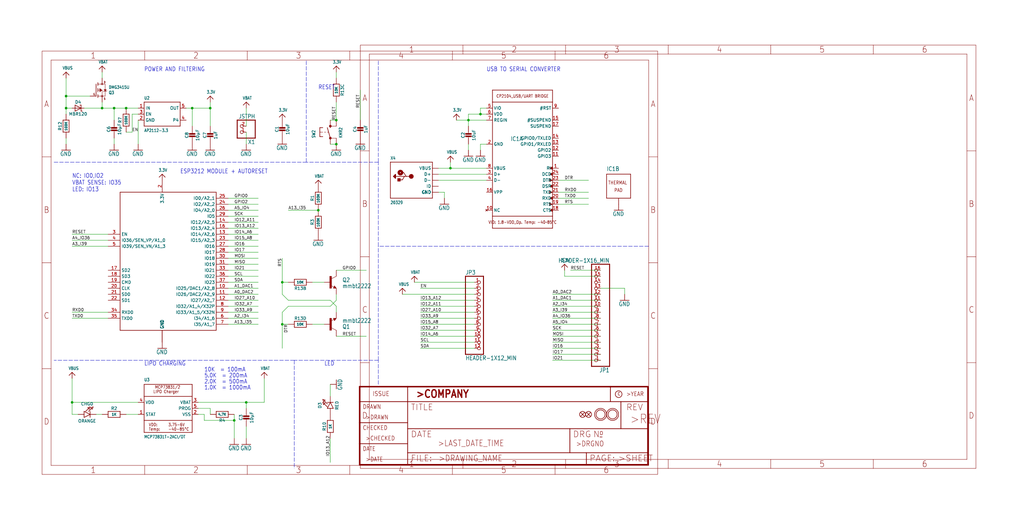
<source format=kicad_sch>
(kicad_sch (version 20211123) (generator eeschema)
  (paper "User" 433.07 220.421)
  (lib_symbols
    (symbol "schematicEagle-eagle-import:3.3V" (power)
      (property "Value" "3.3V" (at -1.524 1.016 0))
      (symbol "3.3V_1_0"
        (pin power_in line (at 0 -2.54 90) (length 2.54) (name "3.3V") (number "1"))
      )
    )
    (symbol "schematicEagle-eagle-import:CAP_CERAMIC0603_NO"
      (property "Reference" "C" (at -2.29 1.25 90))
      (property "Value" "CAP_CERAMIC0603_NO" (at 2.3 1.25 90))
      (symbol "CAP_CERAMIC0603_NO_1_0"
        (pin passive line (at 0 5.08 270) (length 2.54) (name "1") (number "1"))
        (pin passive line (at 0 -2.54 90) (length 2.54) (name "2") (number "2"))
      )
    )
    (symbol "schematicEagle-eagle-import:CAP_CERAMIC0805-NOOUTLINE"
      (property "Reference" "C" (at -2.29 1.25 90))
      (property "Value" "CAP_CERAMIC0805-NOOUTLINE" (at 2.3 1.25 90))
      (symbol "CAP_CERAMIC0805-NOOUTLINE_1_0"
        (pin passive line (at 0 5.08 270) (length 2.54) (name "1") (number "1"))
        (pin passive line (at 0 -2.54 90) (length 2.54) (name "2") (number "2"))
      )
    )
    (symbol "schematicEagle-eagle-import:CON_JST_PH_2PIN"
      (property "Reference" "X" (at -6.35 5.715 0))
      (property "Value" "CON_JST_PH_2PIN" (at -6.35 -5.08 0))
      (symbol "CON_JST_PH_2PIN_1_0"
        (pin passive inverted (at -2.54 2.54 0) (length 2.54) (name "1") (number "1"))
        (pin passive inverted (at -2.54 0 0) (length 2.54) (name "2") (number "2"))
      )
    )
    (symbol "schematicEagle-eagle-import:CP2104"
      (property "Reference" "U" (at -5.08 6.35 0))
      (symbol "CP2104_1_0"
        (text "CP2104_USB/UART BRIDGE" (at 0 25.4 0) (effects (font (size 1.27 1.0795))))
        (text "VIO: 1.8-VDD_Op. Temp: -40~85°C" (at 0 -27.94 0) (effects (font (size 1.27 1.0795))))
        (pin input line (at 15.24 -5.08 180) (length 2.54) (name "RI") (number "1"))
        (pin no_connect line (at -15.24 -22.86 0) (length 2.54) (name "NC") (number "10"))
        (pin bidirectional line (at 15.24 0 180) (length 2.54) (name "GPIO3") (number "11"))
        (pin bidirectional line (at 15.24 2.54 180) (length 2.54) (name "GPIO2") (number "12"))
        (pin bidirectional line (at 15.24 5.08 180) (length 2.54) (name "GPIO1/RXLED") (number "13"))
        (pin bidirectional line (at 15.24 7.62 180) (length 2.54) (name "GPIO0/TXLED") (number "14"))
        (pin output line (at 15.24 15.24 180) (length 2.54) (name "#SUSPEND") (number "15"))
        (pin bidirectional line (at -15.24 -15.24 0) (length 2.54) (name "VPP") (number "16"))
        (pin output line (at 15.24 12.7 180) (length 2.54) (name "SUSPEND") (number "17"))
        (pin input line (at 15.24 -22.86 180) (length 2.54) (name "CTS") (number "18"))
        (pin output line (at 15.24 -20.32 180) (length 2.54) (name "RTS") (number "19"))
        (pin power_in line (at -15.24 5.08 0) (length 2.54) (name "GND") (number "2"))
        (pin input line (at 15.24 -17.78 180) (length 2.54) (name "RXD") (number "20"))
        (pin output line (at 15.24 -15.24 180) (length 2.54) (name "TXD") (number "21"))
        (pin input line (at 15.24 -12.7 180) (length 2.54) (name "DSR") (number "22"))
        (pin output line (at 15.24 -10.16 180) (length 2.54) (name "DTR") (number "23"))
        (pin input line (at 15.24 -7.62 180) (length 2.54) (name "DCD") (number "24"))
        (pin bidirectional line (at -15.24 -7.62 0) (length 2.54) (name "D+") (number "3"))
        (pin bidirectional line (at -15.24 -10.16 0) (length 2.54) (name "D-") (number "4"))
        (pin power_in line (at -15.24 20.32 0) (length 2.54) (name "VIO") (number "5"))
        (pin power_in line (at -15.24 17.78 0) (length 2.54) (name "VDD") (number "6"))
        (pin power_in line (at -15.24 15.24 0) (length 2.54) (name "REGIN") (number "7"))
        (pin power_in line (at -15.24 -5.08 0) (length 2.54) (name "VBUS") (number "8"))
        (pin bidirectional line (at 15.24 20.32 180) (length 2.54) (name "#RST") (number "9"))
      )
      (symbol "CP2104_2_0"
        (text "PAD" (at -1.905 -2.54 0) (effects (font (size 1.4224 1.209)) (justify left bottom)))
        (text "THERMAL" (at -4.445 0.635 0) (effects (font (size 1.4224 1.209)) (justify left bottom)))
        (pin power_in line (at 0 -7.62 90) (length 2.54) (name "TP") (number "THERM"))
      )
    )
    (symbol "schematicEagle-eagle-import:DIODE-SCHOTTKYSOD-123"
      (property "Reference" "D" (at 0 2.54 0))
      (property "Value" "DIODE-SCHOTTKYSOD-123" (at 0 -2.5 0))
      (symbol "DIODE-SCHOTTKYSOD-123_1_0"
        (pin passive line (at -2.54 0 0) (length 2.54) (name "A") (number "A"))
        (pin passive line (at 2.54 0 180) (length 2.54) (name "C") (number "C"))
      )
    )
    (symbol "schematicEagle-eagle-import:ESP32_WROOM32_SKINNY"
      (symbol "ESP32_WROOM32_SKINNY_1_0"
        (pin passive line (at 0 -27.94 90) (length 5.08) (name "GND") (number "1"))
        (pin bidirectional line (at 27.94 -5.08 180) (length 5.08) (name "IO25/DAC1/A2_8") (number "10"))
        (pin bidirectional line (at 27.94 -7.62 180) (length 5.08) (name "IO26/DAC2/A2_9") (number "11"))
        (pin bidirectional line (at 27.94 -10.16 180) (length 5.08) (name "IO27/A2_7") (number "12"))
        (pin bidirectional line (at 27.94 17.78 180) (length 5.08) (name "IO14/A2_6") (number "13"))
        (pin bidirectional line (at 27.94 22.86 180) (length 5.08) (name "IO12/A2_5") (number "14"))
        (pin passive line (at 0 -27.94 90) (length 5.08) (name "GND") (number "15"))
        (pin bidirectional line (at 27.94 20.32 180) (length 5.08) (name "IO13/A2_4") (number "16"))
        (pin bidirectional line (at -22.86 2.54 0) (length 5.08) (name "SD2") (number "17"))
        (pin bidirectional line (at -22.86 0 0) (length 5.08) (name "SD3") (number "18"))
        (pin bidirectional line (at -22.86 -2.54 0) (length 5.08) (name "CMD") (number "19"))
        (pin passive line (at 0 40.64 270) (length 5.08) (name "3.3V") (number "2"))
        (pin bidirectional line (at -22.86 -5.08 0) (length 5.08) (name "CLK") (number "20"))
        (pin bidirectional line (at -22.86 -7.62 0) (length 5.08) (name "SD0") (number "21"))
        (pin bidirectional line (at -22.86 -10.16 0) (length 5.08) (name "SD1") (number "22"))
        (pin bidirectional line (at 27.94 15.24 180) (length 5.08) (name "IO15/A2_3") (number "23"))
        (pin bidirectional line (at 27.94 30.48 180) (length 5.08) (name "IO2/A2_2") (number "24"))
        (pin bidirectional line (at 27.94 33.02 180) (length 5.08) (name "IO0/A2_1") (number "25"))
        (pin bidirectional line (at 27.94 27.94 180) (length 5.08) (name "IO4/A2_0") (number "26"))
        (pin bidirectional line (at 27.94 12.7 180) (length 5.08) (name "IO16") (number "27"))
        (pin bidirectional line (at 27.94 10.16 180) (length 5.08) (name "IO17") (number "28"))
        (pin bidirectional line (at 27.94 25.4 180) (length 5.08) (name "IO5") (number "29"))
        (pin input line (at -22.86 17.78 0) (length 5.08) (name "EN") (number "3"))
        (pin bidirectional line (at 27.94 7.62 180) (length 5.08) (name "IO18") (number "30"))
        (pin bidirectional line (at 27.94 5.08 180) (length 5.08) (name "IO19") (number "31"))
        (pin bidirectional line (at 27.94 2.54 180) (length 5.08) (name "IO21") (number "33"))
        (pin input line (at -22.86 -15.24 0) (length 5.08) (name "RXD0") (number "34"))
        (pin output line (at -22.86 -17.78 0) (length 5.08) (name "TXD0") (number "35"))
        (pin bidirectional line (at 27.94 0 180) (length 5.08) (name "IO22") (number "36"))
        (pin bidirectional line (at 27.94 -2.54 180) (length 5.08) (name "IO23") (number "37"))
        (pin passive line (at 0 -27.94 90) (length 5.08) (name "GND") (number "38"))
        (pin passive line (at -22.86 15.24 0) (length 5.08) (name "IO36/SEN_VP/A1_0") (number "4"))
        (pin passive line (at -22.86 12.7 0) (length 5.08) (name "IO39/SEN_VN/A1_3") (number "5"))
        (pin bidirectional line (at 27.94 -17.78 180) (length 5.08) (name "I34/A1_6") (number "6"))
        (pin bidirectional line (at 27.94 -20.32 180) (length 5.08) (name "I35/A1_7") (number "7"))
        (pin bidirectional line (at 27.94 -12.7 180) (length 5.08) (name "IO32/A1_4/X32P") (number "8"))
        (pin bidirectional line (at 27.94 -15.24 180) (length 5.08) (name "IO33/A1_5/X32N") (number "9"))
        (pin passive line (at 0 -27.94 90) (length 5.08) (name "GND") (number "P$1"))
      )
    )
    (symbol "schematicEagle-eagle-import:FIDUCIAL_1MM")
    (symbol "schematicEagle-eagle-import:FRAME_A4"
      (symbol "FRAME_A4_0_0"
        (text "1" (at 21.6958 1.905 0) (effects (font (size 2.54 2.286))))
        (text "1" (at 21.6958 177.165 0) (effects (font (size 2.54 2.286))))
        (text "2" (at 65.0875 1.905 0) (effects (font (size 2.54 2.286))))
        (text "2" (at 65.0875 177.165 0) (effects (font (size 2.54 2.286))))
        (text "3" (at 108.4792 1.905 0) (effects (font (size 2.54 2.286))))
        (text "3" (at 108.4792 177.165 0) (effects (font (size 2.54 2.286))))
        (text "4" (at 151.8708 1.905 0) (effects (font (size 2.54 2.286))))
        (text "4" (at 151.8708 177.165 0) (effects (font (size 2.54 2.286))))
        (text "5" (at 195.2625 1.905 0) (effects (font (size 2.54 2.286))))
        (text "5" (at 195.2625 177.165 0) (effects (font (size 2.54 2.286))))
        (text "6" (at 238.6542 1.905 0) (effects (font (size 2.54 2.286))))
        (text "6" (at 238.6542 177.165 0) (effects (font (size 2.54 2.286))))
        (text "A" (at 1.905 156.6863 0) (effects (font (size 2.54 2.286))))
        (text "A" (at 258.445 156.6863 0) (effects (font (size 2.54 2.286))))
        (text "B" (at 1.905 111.9188 0) (effects (font (size 2.54 2.286))))
        (text "B" (at 258.445 111.9188 0) (effects (font (size 2.54 2.286))))
        (text "C" (at 1.905 67.1513 0) (effects (font (size 2.54 2.286))))
        (text "C" (at 258.445 67.1513 0) (effects (font (size 2.54 2.286))))
        (text "D" (at 1.905 22.3838 0) (effects (font (size 2.54 2.286))))
        (text "D" (at 258.445 22.3838 0) (effects (font (size 2.54 2.286))))
      )
      (symbol "FRAME_A4_2_0"
        (text ">CHECKED" (at 2.2352 11.7348 0) (effects (font (size 1.778 1.5113)) (justify left bottom)))
        (text ">COMPANY" (at 23.349 29.6735 0) (effects (font (size 3.175 2.6987) (thickness 0.5397) bold) (justify left bottom)))
        (text ">DATE" (at 2.2352 2.8448 0) (effects (font (size 1.778 1.5113)) (justify left bottom)))
        (text ">DRAWING_NAME" (at 33.0327 2.8448 0) (effects (font (size 2.54 2.159)) (justify left bottom)))
        (text ">DRAWN" (at 2.2352 20.6248 0) (effects (font (size 1.778 1.5113)) (justify left bottom)))
        (text ">DRGNO" (at 91.1352 9.1948 0) (effects (font (size 2.1844 1.8567)) (justify left bottom)))
        (text ">LAST_DATE_TIME" (at 32.7152 9.1948 0) (effects (font (size 2.54 2.159)) (justify left bottom)))
        (text ">REV" (at 113.9952 18.7198 0) (effects (font (size 3.81 3.2385)) (justify left bottom)))
        (text ">SHEET" (at 108.9152 2.8448 0) (effects (font (size 2.54 2.54)) (justify left bottom)))
        (text ">YEAR" (at 112.4077 30.4673 0) (effects (font (size 1.778 1.5113)) (justify left bottom)))
        (text "C" (at 108.7564 30.7848 0) (effects (font (size 1.27 1.0795)) (justify left bottom)))
        (text "CHECKED" (at 0.9652 16.1798 0) (effects (font (size 1.778 1.5113)) (justify left bottom)))
        (text "DATE" (at 0.9652 7.2898 0) (effects (font (size 1.778 1.5113)) (justify left bottom)))
        (text "DATE" (at 21.2852 13.0048 0) (effects (font (size 2.54 2.54)) (justify left bottom)))
        (text "DRAWN" (at 0.9652 25.0698 0) (effects (font (size 1.778 1.5113)) (justify left bottom)))
        (text "DRG" (at 89.8652 13.0048 0) (effects (font (size 2.54 2.54)) (justify left bottom)))
        (text "FILE:" (at 21.2852 2.8448 0) (effects (font (size 2.54 2.54)) (justify left bottom)))
        (text "ISSUE" (at 5.0927 30.4673 0) (effects (font (size 1.9304 1.6408)) (justify left bottom)))
        (text "N" (at 98.4377 13.0048 0) (effects (font (size 2.54 2.54)) (justify left bottom)))
        (text "o" (at 100.9777 13.9573 0) (effects (font (size 2.1844 1.8567)) (justify left bottom)))
        (text "PAGE:" (at 96.8502 2.8448 0) (effects (font (size 2.54 2.54)) (justify left bottom)))
        (text "REV" (at 112.4077 24.4348 0) (effects (font (size 2.54 2.54)) (justify left bottom)))
        (text "TITLE" (at 21.2852 24.4348 0) (effects (font (size 2.54 2.54)) (justify left bottom)))
      )
    )
    (symbol "schematicEagle-eagle-import:GND" (power)
      (property "Value" "GND" (at -2.54 -2.54 0))
      (symbol "GND_1_0"
        (pin power_in line (at 0 2.54 270) (length 2.54) (name "GND") (number "1"))
      )
    )
    (symbol "schematicEagle-eagle-import:HEADER-1X12_MIN"
      (property "Reference" "JP" (at -6.35 18.415 0))
      (property "Value" "HEADER-1X12_MIN" (at -6.35 -17.78 0))
      (symbol "HEADER-1X12_MIN_1_0"
        (pin passive inverted (at -2.54 15.24 0) (length 2.54) (name "1") (number "1"))
        (pin passive inverted (at -2.54 -7.62 0) (length 2.54) (name "10") (number "10"))
        (pin passive inverted (at -2.54 -10.16 0) (length 2.54) (name "11") (number "11"))
        (pin passive inverted (at -2.54 -12.7 0) (length 2.54) (name "12") (number "12"))
        (pin passive inverted (at -2.54 12.7 0) (length 2.54) (name "2") (number "2"))
        (pin passive inverted (at -2.54 10.16 0) (length 2.54) (name "3") (number "3"))
        (pin passive inverted (at -2.54 7.62 0) (length 2.54) (name "4") (number "4"))
        (pin passive inverted (at -2.54 5.08 0) (length 2.54) (name "5") (number "5"))
        (pin passive inverted (at -2.54 2.54 0) (length 2.54) (name "6") (number "6"))
        (pin passive inverted (at -2.54 0 0) (length 2.54) (name "7") (number "7"))
        (pin passive inverted (at -2.54 -2.54 0) (length 2.54) (name "8") (number "8"))
        (pin passive inverted (at -2.54 -5.08 0) (length 2.54) (name "9") (number "9"))
      )
    )
    (symbol "schematicEagle-eagle-import:HEADER-1X16_MIN"
      (property "Reference" "JP" (at -6.35 20.955 0))
      (property "Value" "HEADER-1X16_MIN" (at -6.35 -25.4 0))
      (symbol "HEADER-1X16_MIN_1_0"
        (pin passive inverted (at -2.54 17.78 0) (length 2.54) (name "1") (number "1"))
        (pin passive inverted (at -2.54 -5.08 0) (length 2.54) (name "10") (number "10"))
        (pin passive inverted (at -2.54 -7.62 0) (length 2.54) (name "11") (number "11"))
        (pin passive inverted (at -2.54 -10.16 0) (length 2.54) (name "12") (number "12"))
        (pin passive inverted (at -2.54 -12.7 0) (length 2.54) (name "13") (number "13"))
        (pin passive inverted (at -2.54 -15.24 0) (length 2.54) (name "14") (number "14"))
        (pin passive inverted (at -2.54 -17.78 0) (length 2.54) (name "15") (number "15"))
        (pin passive inverted (at -2.54 -20.32 0) (length 2.54) (name "16") (number "16"))
        (pin passive inverted (at -2.54 15.24 0) (length 2.54) (name "2") (number "2"))
        (pin passive inverted (at -2.54 12.7 0) (length 2.54) (name "3") (number "3"))
        (pin passive inverted (at -2.54 10.16 0) (length 2.54) (name "4") (number "4"))
        (pin passive inverted (at -2.54 7.62 0) (length 2.54) (name "5") (number "5"))
        (pin passive inverted (at -2.54 5.08 0) (length 2.54) (name "6") (number "6"))
        (pin passive inverted (at -2.54 2.54 0) (length 2.54) (name "7") (number "7"))
        (pin passive inverted (at -2.54 0 0) (length 2.54) (name "8") (number "8"))
        (pin passive inverted (at -2.54 -2.54 0) (length 2.54) (name "9") (number "9"))
      )
    )
    (symbol "schematicEagle-eagle-import:LED0805_NOOUTLINE"
      (property "Reference" "D" (at -1.27 4.445 0))
      (property "Value" "LED0805_NOOUTLINE" (at -1.27 -2.794 0))
      (symbol "LED0805_NOOUTLINE_1_0"
        (pin passive line (at -5.08 0 0) (length 2.54) (name "A") (number "A"))
        (pin passive line (at 2.54 0 180) (length 2.54) (name "C") (number "C"))
      )
    )
    (symbol "schematicEagle-eagle-import:MCP73831{slash}2"
      (property "Reference" "U" (at -10.16 11.43 0))
      (property "Value" "MCP73831{slash}2" (at -10.16 -12.7 0))
      (symbol "MCP73831{slash}2_1_0"
        (text "-40-85°C" (at 0 -9.525 0) (effects (font (size 1.27 1.0795)) (justify left bottom)))
        (text "3.75-6V" (at 0 -7.62 0) (effects (font (size 1.27 1.0795)) (justify left bottom)))
        (text "LIPO Charger" (at -6.35 6.35 0) (effects (font (size 1.27 1.0795)) (justify left bottom)))
        (text "MCP73831/2" (at -5.715 8.255 0) (effects (font (size 1.27 1.0795)) (justify left bottom)))
        (text "Temp:" (at -8.255 -9.525 0) (effects (font (size 1.27 1.0795)) (justify left bottom)))
        (text "VDD:" (at -8.255 -7.62 0) (effects (font (size 1.27 1.0795)) (justify left bottom)))
        (pin output line (at -12.7 -2.54 0) (length 2.54) (name "STAT") (number "1"))
        (pin power_in line (at 12.7 -2.54 180) (length 2.54) (name "VSS") (number "2"))
        (pin power_in line (at 12.7 2.54 180) (length 2.54) (name "VBAT") (number "3"))
        (pin power_in line (at -12.7 2.54 0) (length 2.54) (name "VDD") (number "4"))
        (pin input line (at 12.7 0 180) (length 2.54) (name "PROG") (number "5"))
      )
    )
    (symbol "schematicEagle-eagle-import:MOSFET-P"
      (property "Reference" "Q" (at 2.794 0.381 0))
      (property "Value" "MOSFET-P" (at 2.794 -1.905 0))
      (symbol "MOSFET-P_1_0"
        (text "D" (at 0.635 -3.81 0) (effects (font (size 0.8128 0.6908)) (justify left bottom)))
        (text "G" (at -3.81 1.27 0) (effects (font (size 0.8128 0.6908)) (justify left bottom)))
        (text "S" (at 0.635 3.175 0) (effects (font (size 0.8128 0.6908)) (justify left bottom)))
        (pin passive line (at -5.08 2.54 0) (length 2.54) (name "G") (number "1"))
        (pin passive line (at 0 5.08 270) (length 2.54) (name "S") (number "2"))
        (pin passive line (at 0 -5.08 90) (length 2.54) (name "D") (number "3"))
      )
    )
    (symbol "schematicEagle-eagle-import:MOUNTINGHOLE2.5")
    (symbol "schematicEagle-eagle-import:RESISTOR_0603_NOOUT"
      (property "Reference" "R" (at 0 2.54 0))
      (property "Value" "RESISTOR_0603_NOOUT" (at 0 0 0))
      (symbol "RESISTOR_0603_NOOUT_1_0"
        (pin passive line (at -5.08 0 0) (length 2.54) (name "1") (number "1"))
        (pin passive line (at 5.08 0 180) (length 2.54) (name "2") (number "2"))
      )
    )
    (symbol "schematicEagle-eagle-import:RESISTOR_4PACK"
      (property "Reference" "R" (at 0 2.54 0))
      (property "Value" "RESISTOR_4PACK" (at 0 0 0))
      (symbol "RESISTOR_4PACK_1_0"
        (pin passive line (at -5.08 0 0) (length 2.54) (name "1") (number "1"))
        (pin passive line (at 5.08 0 180) (length 2.54) (name "2") (number "8"))
      )
      (symbol "RESISTOR_4PACK_2_0"
        (pin passive line (at -5.08 0 0) (length 2.54) (name "1") (number "2"))
        (pin passive line (at 5.08 0 180) (length 2.54) (name "2") (number "7"))
      )
      (symbol "RESISTOR_4PACK_3_0"
        (pin passive line (at -5.08 0 0) (length 2.54) (name "1") (number "3"))
        (pin passive line (at 5.08 0 180) (length 2.54) (name "2") (number "6"))
      )
      (symbol "RESISTOR_4PACK_4_0"
        (pin passive line (at -5.08 0 0) (length 2.54) (name "1") (number "4"))
        (pin passive line (at 5.08 0 180) (length 2.54) (name "2") (number "5"))
      )
    )
    (symbol "schematicEagle-eagle-import:SWITCH_TACT_SMT4.6X2.8"
      (property "Reference" "SW" (at -2.54 6.35 0))
      (property "Value" "SWITCH_TACT_SMT4.6X2.8" (at -2.54 -5.08 0))
      (symbol "SWITCH_TACT_SMT4.6X2.8_1_0"
        (pin passive line (at -5.08 0 0) (length 2.54) (name "P") (number "A"))
        (pin passive line (at -5.08 -2.54 0) (length 2.54) (name "P1") (number "A'"))
        (pin passive line (at 5.08 0 180) (length 2.54) (name "S") (number "B"))
        (pin passive line (at 5.08 -2.54 180) (length 2.54) (name "S1") (number "B'"))
      )
    )
    (symbol "schematicEagle-eagle-import:TRANSISTOR_NPNSOT23-3"
      (property "Reference" "Q" (at 5.08 0 0))
      (property "Value" "TRANSISTOR_NPNSOT23-3" (at 5.08 -2.54 0))
      (symbol "TRANSISTOR_NPNSOT23-3_1_0"
        (pin passive line (at -2.54 0 0) (length 2.54) (name "B") (number "1"))
        (pin passive line (at 2.54 -5.08 90) (length 2.54) (name "E") (number "2"))
        (pin passive line (at 2.54 5.08 270) (length 2.54) (name "C") (number "3"))
      )
    )
    (symbol "schematicEagle-eagle-import:USB_MICRO_20329_V2"
      (property "Reference" "X" (at -10.16 8.636 0))
      (property "Value" "USB_MICRO_20329_V2" (at -10.16 -10.16 0))
      (symbol "USB_MICRO_20329_V2_1_0"
        (pin power_in line (at 10.16 -5.08 180) (length 2.54) (name "GND") (number "BASE@1"))
        (pin power_in line (at 10.16 -5.08 180) (length 2.54) (name "GND") (number "BASE@2"))
        (pin bidirectional line (at 10.16 2.54 180) (length 2.54) (name "D+") (number "D+"))
        (pin bidirectional line (at 10.16 0 180) (length 2.54) (name "D-") (number "D-"))
        (pin power_in line (at 10.16 -5.08 180) (length 2.54) (name "GND") (number "GND"))
        (pin bidirectional line (at 10.16 -2.54 180) (length 2.54) (name "ID") (number "ID"))
        (pin power_in line (at 10.16 -5.08 180) (length 2.54) (name "GND") (number "SPRT@1"))
        (pin power_in line (at 10.16 -5.08 180) (length 2.54) (name "GND") (number "SPRT@2"))
        (pin power_in line (at 10.16 -5.08 180) (length 2.54) (name "GND") (number "SPRT@3"))
        (pin power_in line (at 10.16 -5.08 180) (length 2.54) (name "GND") (number "SPRT@4"))
        (pin power_in line (at 10.16 5.08 180) (length 2.54) (name "VBUS") (number "VBUS"))
      )
    )
    (symbol "schematicEagle-eagle-import:VBAT" (power)
      (property "Value" "VBAT" (at -1.524 1.016 0))
      (symbol "VBAT_1_0"
        (pin power_in line (at 0 -2.54 90) (length 2.54) (name "VBAT") (number "1"))
      )
    )
    (symbol "schematicEagle-eagle-import:VBUS" (power)
      (property "Value" "VBUS" (at -1.524 1.016 0))
      (symbol "VBUS_1_0"
        (pin power_in line (at 0 -2.54 90) (length 2.54) (name "VBUS") (number "1"))
      )
    )
    (symbol "schematicEagle-eagle-import:VREG_SOT23-5"
      (property "Reference" "U" (at -7.62 6.096 0))
      (property "Value" "VREG_SOT23-5" (at -7.62 -7.62 0))
      (symbol "VREG_SOT23-5_1_0"
        (pin power_in line (at -10.16 2.54 0) (length 2.54) (name "IN") (number "1"))
        (pin power_in line (at -10.16 -2.54 0) (length 2.54) (name "GND") (number "2"))
        (pin input line (at -10.16 0 0) (length 2.54) (name "EN") (number "3"))
        (pin bidirectional line (at 10.16 -2.54 180) (length 2.54) (name "P4") (number "4"))
        (pin power_in line (at 10.16 2.54 180) (length 2.54) (name "OUT") (number "5"))
      )
    )
  )
  (junction (at 43.18 45.72))
  (junction (at 27.94 40.64))
  (junction (at 53.34 45.72))
  (junction (at 190.5 71.12))
  (junction (at 142.24 60.96))
  (junction (at 134.62 88.9))
  (junction (at 48.26 45.72))
  (junction (at 99.06 177.8))
  (junction (at 81.28 45.72))
  (junction (at 88.9 45.72))
  (junction (at 119.38 137.16))
  (junction (at 30.48 170.18))
  (junction (at 198.12 50.8))
  (junction (at 104.14 170.18))
  (junction (at 119.38 119.38))
  (junction (at 203.2 48.26))
  (junction (at 142.24 50.8))
  (junction (at 27.94 45.72))
  (wire (pts (xy 119.38 137.16) (xy 121.92 137.16)))
  (wire (pts (xy 142.24 43.18) (xy 142.24 50.8)))
  (wire (pts (xy 132.08 119.38) (xy 137.16 119.38)))
  (polyline (pts (xy 124.46 152.4) (xy 124.46 198.12)))
  (wire (pts (xy 254 147.32) (xy 233.68 147.32)))
  (wire (pts (xy 185.42 81.28) (xy 187.96 81.28)))
  (wire (pts (xy 203.2 45.72) (xy 203.2 48.26)))
  (wire (pts (xy 137.16 137.16) (xy 132.08 137.16)))
  (wire (pts (xy 264.16 121.92) (xy 264.16 124.46)))
  (wire (pts (xy 134.62 88.9) (xy 121.92 88.9)))
  (wire (pts (xy 55.88 48.26) (xy 58.42 48.26)))
  (wire (pts (xy 190.5 71.12) (xy 190.5 68.58)))
  (wire (pts (xy 200.66 144.78) (xy 177.8 144.78)))
  (wire (pts (xy 139.7 60.96) (xy 142.24 60.96)))
  (wire (pts (xy 96.52 96.52) (xy 109.22 96.52)))
  (wire (pts (xy 119.38 124.46) (xy 119.38 119.38)))
  (wire (pts (xy 142.24 129.54) (xy 139.7 127)))
  (wire (pts (xy 177.8 139.7) (xy 200.66 139.7)))
  (wire (pts (xy 86.36 177.8) (xy 99.06 177.8)))
  (wire (pts (xy 187.96 81.28) (xy 187.96 83.82)))
  (wire (pts (xy 78.74 45.72) (xy 81.28 45.72)))
  (wire (pts (xy 236.22 81.28) (xy 248.92 81.28)))
  (wire (pts (xy 43.18 43.18) (xy 43.18 45.72)))
  (polyline (pts (xy 160.02 152.4) (xy 124.46 152.4)))
  (wire (pts (xy 53.34 45.72) (xy 48.26 45.72)))
  (wire (pts (xy 96.52 109.22) (xy 109.22 109.22)))
  (wire (pts (xy 48.26 45.72) (xy 48.26 50.8)))
  (wire (pts (xy 203.2 48.26) (xy 198.12 48.26)))
  (wire (pts (xy 233.68 149.86) (xy 254 149.86)))
  (wire (pts (xy 96.52 137.16) (xy 109.22 137.16)))
  (wire (pts (xy 58.42 50.8) (xy 58.42 60.96)))
  (wire (pts (xy 96.52 83.82) (xy 109.22 83.82)))
  (wire (pts (xy 200.66 132.08) (xy 177.8 132.08)))
  (wire (pts (xy 27.94 45.72) (xy 27.94 40.64)))
  (wire (pts (xy 205.74 50.8) (xy 198.12 50.8)))
  (wire (pts (xy 142.24 30.48) (xy 142.24 33.02)))
  (wire (pts (xy 109.22 111.76) (xy 96.52 111.76)))
  (wire (pts (xy 43.18 30.48) (xy 43.18 33.02)))
  (wire (pts (xy 81.28 45.72) (xy 88.9 45.72)))
  (wire (pts (xy 96.52 116.84) (xy 109.22 116.84)))
  (wire (pts (xy 104.14 172.72) (xy 104.14 170.18)))
  (wire (pts (xy 111.76 160.02) (xy 111.76 170.18)))
  (polyline (pts (xy 124.46 152.4) (xy 22.86 152.4)))
  (wire (pts (xy 254 121.92) (xy 264.16 121.92)))
  (wire (pts (xy 142.24 132.08) (xy 142.24 129.54)))
  (wire (pts (xy 96.52 114.3) (xy 109.22 114.3)))
  (wire (pts (xy 99.06 177.8) (xy 99.06 185.42)))
  (wire (pts (xy 96.52 121.92) (xy 109.22 121.92)))
  (wire (pts (xy 30.48 45.72) (xy 27.94 45.72)))
  (polyline (pts (xy 274.32 104.14) (xy 160.02 104.14)))
  (polyline (pts (xy 160.02 104.14) (xy 160.02 68.58)))
  (wire (pts (xy 96.52 129.54) (xy 109.22 129.54)))
  (wire (pts (xy 200.66 142.24) (xy 177.8 142.24)))
  (polyline (pts (xy 160.02 152.4) (xy 160.02 104.14)))
  (wire (pts (xy 233.68 144.78) (xy 254 144.78)))
  (wire (pts (xy 139.7 129.54) (xy 121.92 129.54)))
  (wire (pts (xy 96.52 99.06) (xy 109.22 99.06)))
  (wire (pts (xy 45.72 99.06) (xy 30.48 99.06)))
  (wire (pts (xy 190.5 71.12) (xy 205.74 71.12)))
  (wire (pts (xy 177.8 147.32) (xy 200.66 147.32)))
  (wire (pts (xy 58.42 45.72) (xy 53.34 45.72)))
  (wire (pts (xy 205.74 48.26) (xy 203.2 48.26)))
  (wire (pts (xy 238.76 114.3) (xy 238.76 116.84)))
  (wire (pts (xy 30.48 134.62) (xy 45.72 134.62)))
  (wire (pts (xy 99.06 175.26) (xy 99.06 177.8)))
  (wire (pts (xy 154.94 142.24) (xy 142.24 142.24)))
  (wire (pts (xy 254 137.16) (xy 233.68 137.16)))
  (wire (pts (xy 238.76 116.84) (xy 254 116.84)))
  (wire (pts (xy 142.24 114.3) (xy 154.94 114.3)))
  (wire (pts (xy 30.48 160.02) (xy 30.48 170.18)))
  (wire (pts (xy 35.56 45.72) (xy 43.18 45.72)))
  (wire (pts (xy 254 124.46) (xy 233.68 124.46)))
  (wire (pts (xy 142.24 124.46) (xy 142.24 127)))
  (wire (pts (xy 96.52 124.46) (xy 109.22 124.46)))
  (wire (pts (xy 88.9 172.72) (xy 88.9 175.26)))
  (wire (pts (xy 248.92 86.36) (xy 236.22 86.36)))
  (wire (pts (xy 254 152.4) (xy 233.68 152.4)))
  (wire (pts (xy 177.8 134.62) (xy 200.66 134.62)))
  (wire (pts (xy 83.82 172.72) (xy 88.9 172.72)))
  (wire (pts (xy 45.72 101.6) (xy 30.48 101.6)))
  (wire (pts (xy 38.1 40.64) (xy 27.94 40.64)))
  (polyline (pts (xy 129.54 68.58) (xy 129.54 25.4)))
  (wire (pts (xy 88.9 45.72) (xy 88.9 43.18)))
  (wire (pts (xy 96.52 93.98) (xy 109.22 93.98)))
  (wire (pts (xy 152.4 50.8) (xy 152.4 38.1)))
  (wire (pts (xy 177.8 137.16) (xy 200.66 137.16)))
  (polyline (pts (xy 160.02 162.56) (xy 160.02 152.4)))
  (wire (pts (xy 53.34 175.26) (xy 58.42 175.26)))
  (wire (pts (xy 236.22 76.2) (xy 248.92 76.2)))
  (wire (pts (xy 96.52 88.9) (xy 109.22 88.9)))
  (wire (pts (xy 119.38 132.08) (xy 119.38 137.16)))
  (wire (pts (xy 254 139.7) (xy 233.68 139.7)))
  (wire (pts (xy 119.38 119.38) (xy 121.92 119.38)))
  (polyline (pts (xy 160.02 68.58) (xy 129.54 68.58)))
  (wire (pts (xy 30.48 104.14) (xy 45.72 104.14)))
  (wire (pts (xy 27.94 48.26) (xy 27.94 45.72)))
  (wire (pts (xy 81.28 53.34) (xy 81.28 45.72)))
  (wire (pts (xy 119.38 137.16) (xy 119.38 147.32)))
  (wire (pts (xy 104.14 180.34) (xy 104.14 185.42)))
  (wire (pts (xy 86.36 175.26) (xy 86.36 177.8)))
  (wire (pts (xy 198.12 50.8) (xy 193.04 50.8)))
  (polyline (pts (xy 22.86 68.58) (xy 129.54 68.58)))
  (wire (pts (xy 96.52 101.6) (xy 109.22 101.6)))
  (wire (pts (xy 83.82 175.26) (xy 86.36 175.26)))
  (wire (pts (xy 198.12 48.26) (xy 198.12 50.8)))
  (wire (pts (xy 185.42 73.66) (xy 205.74 73.66)))
  (wire (pts (xy 139.7 167.64) (xy 139.7 162.56)))
  (wire (pts (xy 121.92 127) (xy 119.38 124.46)))
  (wire (pts (xy 254 142.24) (xy 233.68 142.24)))
  (wire (pts (xy 96.52 86.36) (xy 109.22 86.36)))
  (wire (pts (xy 142.24 50.8) (xy 139.7 50.8)))
  (wire (pts (xy 40.64 175.26) (xy 43.18 175.26)))
  (wire (pts (xy 205.74 45.72) (xy 203.2 45.72)))
  (wire (pts (xy 30.48 170.18) (xy 58.42 170.18)))
  (wire (pts (xy 177.8 121.92) (xy 200.66 121.92)))
  (wire (pts (xy 43.18 45.72) (xy 48.26 45.72)))
  (wire (pts (xy 45.72 132.08) (xy 30.48 132.08)))
  (wire (pts (xy 254 134.62) (xy 233.68 134.62)))
  (wire (pts (xy 48.26 58.42) (xy 48.26 60.96)))
  (wire (pts (xy 233.68 132.08) (xy 254 132.08)))
  (wire (pts (xy 96.52 127) (xy 109.22 127)))
  (wire (pts (xy 33.02 175.26) (xy 30.48 175.26)))
  (wire (pts (xy 198.12 50.8) (xy 198.12 53.34)))
  (wire (pts (xy 121.92 129.54) (xy 119.38 132.08)))
  (wire (pts (xy 83.82 170.18) (xy 104.14 170.18)))
  (wire (pts (xy 109.22 106.68) (xy 96.52 106.68)))
  (wire (pts (xy 254 114.3) (xy 241.3 114.3)))
  (wire (pts (xy 27.94 60.96) (xy 27.94 58.42)))
  (wire (pts (xy 254 127) (xy 233.68 127)))
  (wire (pts (xy 200.66 124.46) (xy 170.18 124.46)))
  (wire (pts (xy 104.14 170.18) (xy 111.76 170.18)))
  (wire (pts (xy 203.2 60.96) (xy 203.2 63.5)))
  (wire (pts (xy 139.7 185.42) (xy 139.7 195.58)))
  (wire (pts (xy 104.14 60.96) (xy 104.14 55.88)))
  (wire (pts (xy 254 129.54) (xy 233.68 129.54)))
  (polyline (pts (xy 160.02 68.58) (xy 160.02 25.4)))
  (wire (pts (xy 177.8 129.54) (xy 200.66 129.54)))
  (wire (pts (xy 53.34 55.88) (xy 55.88 55.88)))
  (wire (pts (xy 185.42 71.12) (xy 190.5 71.12)))
  (wire (pts (xy 96.52 134.62) (xy 109.22 134.62)))
  (wire (pts (xy 30.48 175.26) (xy 30.48 170.18)))
  (wire (pts (xy 96.52 132.08) (xy 109.22 132.08)))
  (wire (pts (xy 55.88 55.88) (xy 55.88 48.26)))
  (wire (pts (xy 200.66 127) (xy 177.8 127)))
  (wire (pts (xy 175.26 119.38) (xy 200.66 119.38)))
  (wire (pts (xy 248.92 83.82) (xy 236.22 83.82)))
  (wire (pts (xy 104.14 45.72) (xy 104.14 53.34)))
  (wire (pts (xy 185.42 76.2) (xy 205.74 76.2)))
  (wire (pts (xy 198.12 60.96) (xy 198.12 63.5)))
  (wire (pts (xy 139.7 127) (xy 121.92 127)))
  (wire (pts (xy 88.9 45.72) (xy 88.9 53.34)))
  (wire (pts (xy 27.94 40.64) (xy 27.94 33.02)))
  (wire (pts (xy 96.52 91.44) (xy 109.22 91.44)))
  (wire (pts (xy 205.74 60.96) (xy 203.2 60.96)))
  (wire (pts (xy 96.52 104.14) (xy 109.22 104.14)))
  (wire (pts (xy 142.24 127) (xy 139.7 129.54)))
  (wire (pts (xy 96.52 119.38) (xy 109.22 119.38)))
  (wire (pts (xy 119.38 109.22) (xy 119.38 119.38)))
  (text "USB TO SERIAL CONVERTER" (at 205.74 30.48 180) (effects (font (size 1.778 1.5113)) (justify left bottom)))
  (text "RESET" (at 134.62 38.1 180) (effects (font (size 1.778 1.5113)) (justify left bottom)))
  (text "LED" (at 137.16 154.94 180) (effects (font (size 1.778 1.5113)) (justify left bottom)))
  (text "LIPO CHARGING" (at 60.96 154.94 180) (effects (font (size 1.778 1.5113)) (justify left bottom)))
  (text "NC: IO0,IO2\nVBAT SENSE: IO35\nLED: IO13" (at 30.48 81.28 180) (effects (font (size 1.778 1.5113)) (justify left bottom)))
  (text "POWER AND FILTERING" (at 60.96 30.48 180) (effects (font (size 1.778 1.5113)) (justify left bottom)))
  (text "1.0K  = 1000mA" (at 86.36 165.1 180) (effects (font (size 1.778 1.5113)) (justify left bottom)))
  (text "ESP3212 MODULE + AUTORESET" (at 76.2 73.66 180) (effects (font (size 1.778 1.5113)) (justify left bottom)))
  (text "10K  = 100mA" (at 86.36 157.48 180) (effects (font (size 1.778 1.5113)) (justify left bottom)))
  (text "5.0K  = 200mA" (at 86.36 160.02 180) (effects (font (size 1.778 1.5113)) (justify left bottom)))
  (text "2.0K  = 500mA" (at 86.36 162.56 180) (effects (font (size 1.778 1.5113)) (justify left bottom)))
  (label "A13_I35" (at 121.92 88.9 0) (effects (font (size 1.2446 1.2446))))
  (label "A0_DAC2" (at 233.68 124.46 0) (effects (font (size 1.2446 1.2446))))
  (label "TXD0" (at 238.76 83.82 0) (effects (font (size 1.2446 1.2446))))
  (label "RESET" (at 152.4 45.72 90) (effects (font (size 1.2446 1.2446))))
  (label "IO14_A6" (at 177.8 142.24 0) (effects (font (size 1.2446 1.2446))))
  (label "A1_DAC1" (at 233.68 127 0) (effects (font (size 1.2446 1.2446))))
  (label "SCL" (at 99.06 116.84 0) (effects (font (size 1.2446 1.2446))))
  (label "IO16" (at 233.68 147.32 0) (effects (font (size 1.2446 1.2446))))
  (label "IO16" (at 99.06 104.14 0) (effects (font (size 1.2446 1.2446))))
  (label "IO27_A10" (at 99.06 127 0) (effects (font (size 1.2446 1.2446))))
  (label "A3_I39" (at 30.48 104.14 0) (effects (font (size 1.2446 1.2446))))
  (label "IO32_A7" (at 177.8 139.7 0) (effects (font (size 1.2446 1.2446))))
  (label "A2_I34" (at 233.68 129.54 0) (effects (font (size 1.2446 1.2446))))
  (label "IO13_A12" (at 139.7 193.04 90) (effects (font (size 1.2446 1.2446))))
  (label "IO12_A11" (at 99.06 93.98 0) (effects (font (size 1.2446 1.2446))))
  (label "SDA" (at 99.06 119.38 0) (effects (font (size 1.2446 1.2446))))
  (label "IO33_A9" (at 177.8 134.62 0) (effects (font (size 1.2446 1.2446))))
  (label "A0_DAC2" (at 99.06 124.46 0) (effects (font (size 1.2446 1.2446))))
  (label "DTR" (at 238.76 76.2 0) (effects (font (size 1.2446 1.2446))))
  (label "IO13_A12" (at 177.8 127 0) (effects (font (size 1.2446 1.2446))))
  (label "A5_IO4" (at 233.68 137.16 0) (effects (font (size 1.2446 1.2446))))
  (label "SCK" (at 99.06 91.44 0) (effects (font (size 1.2446 1.2446))))
  (label "IO13_A12" (at 99.06 96.52 0) (effects (font (size 1.2446 1.2446))))
  (label "RXD0" (at 238.76 81.28 0) (effects (font (size 1.2446 1.2446))))
  (label "A4_IO36" (at 233.68 134.62 0) (effects (font (size 1.2446 1.2446))))
  (label "SCK" (at 233.68 139.7 0) (effects (font (size 1.2446 1.2446))))
  (label "RESET" (at 144.78 142.24 0) (effects (font (size 1.2446 1.2446))))
  (label "IO15_A8" (at 99.06 101.6 0) (effects (font (size 1.2446 1.2446))))
  (label "A13_I35" (at 99.06 137.16 0) (effects (font (size 1.2446 1.2446))))
  (label "IO32_A7" (at 99.06 129.54 0) (effects (font (size 1.2446 1.2446))))
  (label "EN" (at 177.8 121.92 0) (effects (font (size 1.2446 1.2446))))
  (label "A3_I39" (at 233.68 132.08 0) (effects (font (size 1.2446 1.2446))))
  (label "RESET" (at 30.48 99.06 0) (effects (font (size 1.2446 1.2446))))
  (label "IO21" (at 233.68 152.4 0) (effects (font (size 1.2446 1.2446))))
  (label "IO21" (at 99.06 114.3 0) (effects (font (size 1.2446 1.2446))))
  (label "MOSI" (at 233.68 142.24 0) (effects (font (size 1.2446 1.2446))))
  (label "A4_IO36" (at 30.48 101.6 0) (effects (font (size 1.2446 1.2446))))
  (label "IO14_A6" (at 99.06 99.06 0) (effects (font (size 1.2446 1.2446))))
  (label "MISO" (at 233.68 144.78 0) (effects (font (size 1.2446 1.2446))))
  (label "IO27_A10" (at 177.8 132.08 0) (effects (font (size 1.2446 1.2446))))
  (label "IO17" (at 99.06 106.68 0) (effects (font (size 1.2446 1.2446))))
  (label "IO17" (at 233.68 149.86 0) (effects (font (size 1.2446 1.2446))))
  (label "A1_DAC1" (at 99.06 121.92 0) (effects (font (size 1.2446 1.2446))))
  (label "GPIO0" (at 144.78 114.3 0) (effects (font (size 1.2446 1.2446))))
  (label "IO12_A11" (at 177.8 129.54 0) (effects (font (size 1.2446 1.2446))))
  (label "A5_IO4" (at 99.06 88.9 0) (effects (font (size 1.2446 1.2446))))
  (label "GPIO2" (at 99.06 86.36 0) (effects (font (size 1.2446 1.2446))))
  (label "RTS" (at 119.38 109.22 270) (effects (font (size 1.2446 1.2446))))
  (label "MISO" (at 99.06 111.76 0) (effects (font (size 1.2446 1.2446))))
  (label "IO15_A8" (at 177.8 137.16 0) (effects (font (size 1.2446 1.2446))))
  (label "MOSI" (at 99.06 109.22 0) (effects (font (size 1.2446 1.2446))))
  (label "SDA" (at 177.8 147.32 0) (effects (font (size 1.2446 1.2446))))
  (label "RXD0" (at 30.48 132.08 0) (effects (font (size 1.2446 1.2446))))
  (label "SCL" (at 177.8 144.78 0) (effects (font (size 1.2446 1.2446))))
  (label "RTS" (at 238.76 86.36 0) (effects (font (size 1.2446 1.2446))))
  (label "DTR" (at 121.92 137.16 270) (effects (font (size 1.2446 1.2446))))
  (label "RESET" (at 241.3 114.3 0) (effects (font (size 1.2446 1.2446))))
  (label "RESET" (at 142.24 50.8 90) (effects (font (size 1.2446 1.2446))))
  (label "TXD0" (at 30.48 134.62 0) (effects (font (size 1.2446 1.2446))))
  (label "GPIO0" (at 99.06 83.82 0) (effects (font (size 1.2446 1.2446))))
  (label "IO33_A9" (at 99.06 132.08 0) (effects (font (size 1.2446 1.2446))))
  (label "EN" (at 55.88 55.88 0) (effects (font (size 1.2446 1.2446))))
  (label "A2_I34" (at 99.06 134.62 0) (effects (font (size 1.2446 1.2446))))
  (symbol (lib_id "schematicEagle-eagle-import:VBAT") (at 104.14 43.18 0) (unit 1)
    (property "Reference" "#U$16" (effects hide))
    (property "Value" "VBAT" (at 102.616 42.164 0) (effects (font (size 1.27 1.0795)) (justify left bottom)))
    (property "Footprint" "schematicEagle:" (effects hide))
  )
  (symbol (lib_id "schematicEagle-eagle-import:VBAT") (at 111.76 157.48 0) (unit 1)
    (property "Reference" "#U$39" (effects hide))
    (property "Value" "VBAT" (at 110.236 156.464 0) (effects (font (size 1.27 1.0795)) (justify left bottom)))
    (property "Footprint" "schematicEagle:" (effects hide))
  )
  (symbol (lib_id "schematicEagle-eagle-import:RESISTOR_0603_NOOUT") (at 134.62 93.98 90) (unit 1)
    (property "Reference" "R3" (at 132.08 93.98 0))
    (property "Value" "100K" (at 134.62 93.98 0) (effects (font (size 1.016 1.016) bold)))
    (property "Footprint" "schematicEagle:0603-NO" (effects hide))
  )
  (symbol (lib_id "schematicEagle-eagle-import:RESISTOR_4PACK") (at 127 119.38 180) (unit 2)
    (property "Reference" "R13" (at 127 121.92 0))
    (property "Value" "10K" (at 127 119.38 0) (effects (font (size 1.016 1.016) bold)))
    (property "Footprint" "schematicEagle:RESPACK_4X0603" (effects hide))
  )
  (symbol (lib_id "schematicEagle-eagle-import:3.3V") (at 68.58 73.66 0) (unit 1)
    (property "Reference" "#U$26" (effects hide))
    (property "Value" "3.3V" (at 67.056 72.644 0) (effects (font (size 1.27 1.0795)) (justify left bottom)))
    (property "Footprint" "schematicEagle:" (effects hide))
  )
  (symbol (lib_id "schematicEagle-eagle-import:VBUS") (at 190.5 66.04 0) (unit 1)
    (property "Reference" "#U$18" (effects hide))
    (property "Value" "VBUS" (at 188.976 65.024 0) (effects (font (size 1.27 1.0795)) (justify left bottom)))
    (property "Footprint" "schematicEagle:" (effects hide))
  )
  (symbol (lib_id "schematicEagle-eagle-import:MCP73831{slash}2") (at 71.12 172.72 0) (unit 1)
    (property "Reference" "U3" (at 60.96 161.29 0) (effects (font (size 1.27 1.0795)) (justify left bottom)))
    (property "Value" "MCP73831T-2ACI/OT" (at 60.96 185.42 0) (effects (font (size 1.27 1.0795)) (justify left bottom)))
    (property "Footprint" "schematicEagle:SOT23-5" (effects hide))
  )
  (symbol (lib_id "schematicEagle-eagle-import:RESISTOR_0603_NOOUT") (at 139.7 180.34 90) (unit 1)
    (property "Reference" "R10" (at 137.16 180.34 0))
    (property "Value" "1K" (at 139.7 180.34 0) (effects (font (size 1.016 1.016) bold)))
    (property "Footprint" "schematicEagle:0603-NO" (effects hide))
  )
  (symbol (lib_id "schematicEagle-eagle-import:MOUNTINGHOLE2.5") (at 259.08 175.26 0) (unit 1)
    (property "Reference" "U$32" (effects hide))
    (property "Value" "MOUNTINGHOLE2.5" (effects hide))
    (property "Footprint" "schematicEagle:MOUNTINGHOLE_2.5_PLATED" (effects hide))
  )
  (symbol (lib_id "schematicEagle-eagle-import:RESISTOR_0603_NOOUT") (at 134.62 83.82 90) (unit 1)
    (property "Reference" "R1" (at 132.08 83.82 0))
    (property "Value" "100K" (at 134.62 83.82 0) (effects (font (size 1.016 1.016) bold)))
    (property "Footprint" "schematicEagle:0603-NO" (effects hide))
  )
  (symbol (lib_id "schematicEagle-eagle-import:GND") (at 104.14 63.5 0) (unit 1)
    (property "Reference" "#U$22" (effects hide))
    (property "Value" "GND" (at 101.6 66.04 0) (effects (font (size 1.778 1.5113)) (justify left bottom)))
    (property "Footprint" "schematicEagle:" (effects hide))
  )
  (symbol (lib_id "schematicEagle-eagle-import:3.3V") (at 142.24 27.94 0) (unit 1)
    (property "Reference" "#U$5" (effects hide))
    (property "Value" "3.3V" (at 140.716 26.924 0) (effects (font (size 1.27 1.0795)) (justify left bottom)))
    (property "Footprint" "schematicEagle:" (effects hide))
  )
  (symbol (lib_id "schematicEagle-eagle-import:VBAT") (at 134.62 76.2 0) (unit 1)
    (property "Reference" "#U$40" (effects hide))
    (property "Value" "VBAT" (at 133.096 75.184 0) (effects (font (size 1.27 1.0795)) (justify left bottom)))
    (property "Footprint" "schematicEagle:" (effects hide))
  )
  (symbol (lib_id "schematicEagle-eagle-import:3.3V") (at 88.9 40.64 0) (unit 1)
    (property "Reference" "#U$10" (effects hide))
    (property "Value" "3.3V" (at 87.376 39.624 0) (effects (font (size 1.27 1.0795)) (justify left bottom)))
    (property "Footprint" "schematicEagle:" (effects hide))
  )
  (symbol (lib_id "schematicEagle-eagle-import:FRAME_A4") (at 17.78 200.66 0) (unit 1)
    (property "Reference" "#FRAME1" (effects hide))
    (property "Value" "FRAME_A4" (effects hide))
    (property "Footprint" "schematicEagle:" (effects hide))
  )
  (symbol (lib_id "schematicEagle-eagle-import:LED0805_NOOUTLINE") (at 38.1 175.26 0) (unit 1)
    (property "Reference" "CHG0" (at 36.83 170.815 0))
    (property "Value" "ORANGE" (at 36.83 178.054 0))
    (property "Footprint" "schematicEagle:CHIPLED_0805_NOOUTLINE" (effects hide))
  )
  (symbol (lib_id "schematicEagle-eagle-import:CAP_CERAMIC0805-NOOUTLINE") (at 48.26 55.88 0) (unit 1)
    (property "Reference" "C6" (at 45.97 54.63 90))
    (property "Value" "10µF" (at 50.56 54.63 90))
    (property "Footprint" "schematicEagle:0805-NO" (effects hide))
  )
  (symbol (lib_id "schematicEagle-eagle-import:MOSFET-P") (at 43.18 38.1 0) (mirror x) (unit 1)
    (property "Reference" "Q3" (at 45.974 38.481 0) (effects (font (size 1.27 1.0795)) (justify left bottom)))
    (property "Value" "DMG3415U" (at 45.974 36.195 0) (effects (font (size 1.27 1.0795)) (justify left bottom)))
    (property "Footprint" "schematicEagle:SOT23-R" (effects hide))
  )
  (symbol (lib_id "schematicEagle-eagle-import:VBUS") (at 170.18 121.92 0) (unit 1)
    (property "Reference" "#U$19" (effects hide))
    (property "Value" "VBUS" (at 168.656 120.904 0) (effects (font (size 1.27 1.0795)) (justify left bottom)))
    (property "Footprint" "schematicEagle:" (effects hide))
  )
  (symbol (lib_id "schematicEagle-eagle-import:RESISTOR_4PACK") (at 127 137.16 0) (unit 4)
    (property "Reference" "R13" (at 127 134.62 0))
    (property "Value" "10K" (at 127 137.16 0) (effects (font (size 1.016 1.016) bold)))
    (property "Footprint" "schematicEagle:RESPACK_4X0603" (effects hide))
  )
  (symbol (lib_id "schematicEagle-eagle-import:RESISTOR_0603_NOOUT") (at 27.94 53.34 90) (unit 1)
    (property "Reference" "R12" (at 25.4 53.34 0))
    (property "Value" "100K" (at 27.94 53.34 0) (effects (font (size 1.016 1.016) bold)))
    (property "Footprint" "schematicEagle:0603-NO" (effects hide))
  )
  (symbol (lib_id "schematicEagle-eagle-import:RESISTOR_0603_NOOUT") (at 48.26 175.26 0) (unit 1)
    (property "Reference" "R2" (at 48.26 172.72 0))
    (property "Value" "1K" (at 48.26 175.26 0) (effects (font (size 1.016 1.016) bold)))
    (property "Footprint" "schematicEagle:0603-NO" (effects hide))
  )
  (symbol (lib_id "schematicEagle-eagle-import:VBUS") (at 27.94 30.48 0) (unit 1)
    (property "Reference" "#U$3" (effects hide))
    (property "Value" "VBUS" (at 26.416 29.464 0) (effects (font (size 1.27 1.0795)) (justify left bottom)))
    (property "Footprint" "schematicEagle:" (effects hide))
  )
  (symbol (lib_id "schematicEagle-eagle-import:GND") (at 119.38 60.96 0) (unit 1)
    (property "Reference" "#U$4" (effects hide))
    (property "Value" "GND" (at 116.84 63.5 0) (effects (font (size 1.778 1.5113)) (justify left bottom)))
    (property "Footprint" "schematicEagle:" (effects hide))
  )
  (symbol (lib_id "schematicEagle-eagle-import:USB_MICRO_20329_V2") (at 175.26 76.2 0) (unit 1)
    (property "Reference" "X4" (at 165.1 67.564 0) (effects (font (size 1.27 1.0795)) (justify left bottom)))
    (property "Value" "20329" (at 165.1 86.36 0) (effects (font (size 1.27 1.0795)) (justify left bottom)))
    (property "Footprint" "schematicEagle:4UCONN_20329_V2" (effects hide))
  )
  (symbol (lib_id "schematicEagle-eagle-import:DIODE-SCHOTTKYSOD-123") (at 33.02 45.72 0) (unit 1)
    (property "Reference" "D4" (at 33.02 43.18 0))
    (property "Value" "MBR120" (at 33.02 48.22 0))
    (property "Footprint" "schematicEagle:SOD-123" (effects hide))
  )
  (symbol (lib_id "schematicEagle-eagle-import:GND") (at 99.06 187.96 0) (unit 1)
    (property "Reference" "#U$36" (effects hide))
    (property "Value" "GND" (at 96.52 190.5 0) (effects (font (size 1.778 1.5113)) (justify left bottom)))
    (property "Footprint" "schematicEagle:" (effects hide))
  )
  (symbol (lib_id "schematicEagle-eagle-import:GND") (at 142.24 162.56 90) (unit 1)
    (property "Reference" "#U$8" (effects hide))
    (property "Value" "GND" (at 144.78 165.1 0) (effects (font (size 1.778 1.5113)) (justify left bottom)))
    (property "Footprint" "schematicEagle:" (effects hide))
  )
  (symbol (lib_id "schematicEagle-eagle-import:GND") (at 68.58 147.32 0) (unit 1)
    (property "Reference" "#U$37" (effects hide))
    (property "Value" "GND" (at 66.04 149.86 0) (effects (font (size 1.778 1.5113)) (justify left bottom)))
    (property "Footprint" "schematicEagle:" (effects hide))
  )
  (symbol (lib_id "schematicEagle-eagle-import:GND") (at 264.16 127 0) (unit 1)
    (property "Reference" "#GND4" (effects hide))
    (property "Value" "GND" (at 261.62 129.54 0) (effects (font (size 1.778 1.5113)) (justify left bottom)))
    (property "Footprint" "schematicEagle:" (effects hide))
  )
  (symbol (lib_id "schematicEagle-eagle-import:VREG_SOT23-5") (at 68.58 48.26 0) (unit 1)
    (property "Reference" "U2" (at 60.96 42.164 0) (effects (font (size 1.27 1.0795)) (justify left bottom)))
    (property "Value" "AP2112-3.3" (at 60.96 55.88 0) (effects (font (size 1.27 1.0795)) (justify left bottom)))
    (property "Footprint" "schematicEagle:SOT23-5" (effects hide))
  )
  (symbol (lib_id "schematicEagle-eagle-import:GND") (at 134.62 101.6 0) (unit 1)
    (property "Reference" "#U$41" (effects hide))
    (property "Value" "GND" (at 132.08 104.14 0) (effects (font (size 1.778 1.5113)) (justify left bottom)))
    (property "Footprint" "schematicEagle:" (effects hide))
  )
  (symbol (lib_id "schematicEagle-eagle-import:GND") (at 152.4 60.96 0) (unit 1)
    (property "Reference" "#U$42" (effects hide))
    (property "Value" "GND" (at 149.86 63.5 0) (effects (font (size 1.778 1.5113)) (justify left bottom)))
    (property "Footprint" "schematicEagle:" (effects hide))
  )
  (symbol (lib_id "schematicEagle-eagle-import:GND") (at 81.28 63.5 0) (unit 1)
    (property "Reference" "#U$29" (effects hide))
    (property "Value" "GND" (at 78.74 66.04 0) (effects (font (size 1.778 1.5113)) (justify left bottom)))
    (property "Footprint" "schematicEagle:" (effects hide))
  )
  (symbol (lib_id "schematicEagle-eagle-import:CAP_CERAMIC0603_NO") (at 152.4 55.88 0) (unit 1)
    (property "Reference" "C4" (at 150.11 54.63 90))
    (property "Value" "1uF" (at 154.7 54.63 90))
    (property "Footprint" "schematicEagle:0603-NO" (effects hide))
  )
  (symbol (lib_id "schematicEagle-eagle-import:CON_JST_PH_2PIN") (at 101.6 53.34 180) (unit 1)
    (property "Reference" "X1" (at 107.95 59.055 0) (effects (font (size 1.778 1.5113)) (justify left bottom)))
    (property "Value" "JSTPH" (at 107.95 48.26 0) (effects (font (size 1.778 1.5113)) (justify left bottom)))
    (property "Footprint" "schematicEagle:JSTPH2" (effects hide))
  )
  (symbol (lib_id "schematicEagle-eagle-import:TRANSISTOR_NPNSOT23-3") (at 139.7 119.38 0) (unit 1)
    (property "Reference" "Q2" (at 144.78 119.38 0) (effects (font (size 1.778 1.5113)) (justify left bottom)))
    (property "Value" "mmbt2222" (at 144.78 121.92 0) (effects (font (size 1.778 1.5113)) (justify left bottom)))
    (property "Footprint" "schematicEagle:SOT23-3" (effects hide))
  )
  (symbol (lib_id "schematicEagle-eagle-import:FIDUCIAL_1MM") (at 248.92 175.26 0) (unit 1)
    (property "Reference" "U$34" (effects hide))
    (property "Value" "FIDUCIAL_1MM" (effects hide))
    (property "Footprint" "schematicEagle:FIDUCIAL_1MM" (effects hide))
  )
  (symbol (lib_id "schematicEagle-eagle-import:RESISTOR_4PACK") (at 142.24 38.1 270) (unit 3)
    (property "Reference" "R13" (at 144.78 38.1 0))
    (property "Value" "10K" (at 142.24 38.1 0) (effects (font (size 1.016 1.016) bold)))
    (property "Footprint" "schematicEagle:RESPACK_4X0603" (effects hide))
  )
  (symbol (lib_id "schematicEagle-eagle-import:GND") (at 203.2 66.04 0) (unit 1)
    (property "Reference" "#U$12" (effects hide))
    (property "Value" "GND" (at 200.66 68.58 0) (effects (font (size 1.778 1.5113)) (justify left bottom)))
    (property "Footprint" "schematicEagle:" (effects hide))
  )
  (symbol (lib_id "schematicEagle-eagle-import:FIDUCIAL_1MM") (at 246.38 175.26 0) (unit 1)
    (property "Reference" "U$35" (effects hide))
    (property "Value" "FIDUCIAL_1MM" (effects hide))
    (property "Footprint" "schematicEagle:FIDUCIAL_1MM" (effects hide))
  )
  (symbol (lib_id "schematicEagle-eagle-import:CAP_CERAMIC0805-NOOUTLINE") (at 81.28 58.42 0) (unit 1)
    (property "Reference" "C8" (at 78.99 57.17 90))
    (property "Value" "10µF" (at 83.58 57.17 90))
    (property "Footprint" "schematicEagle:0805-NO" (effects hide))
  )
  (symbol (lib_id "schematicEagle-eagle-import:CAP_CERAMIC0805-NOOUTLINE") (at 119.38 55.88 0) (unit 1)
    (property "Reference" "C1" (at 117.09 54.63 90))
    (property "Value" "10uF" (at 121.68 54.63 90))
    (property "Footprint" "schematicEagle:0805-NO" (effects hide))
  )
  (symbol (lib_id "schematicEagle-eagle-import:GND") (at 198.12 66.04 0) (unit 1)
    (property "Reference" "#U$17" (effects hide))
    (property "Value" "GND" (at 195.58 68.58 0) (effects (font (size 1.778 1.5113)) (justify left bottom)))
    (property "Footprint" "schematicEagle:" (effects hide))
  )
  (symbol (lib_id "schematicEagle-eagle-import:CP2104") (at 220.98 66.04 0) (unit 1)
    (property "Reference" "IC1" (at 215.9 59.69 0) (effects (font (size 1.778 1.5113)) (justify left bottom)))
    (property "Value" "CP2104" (effects hide))
    (property "Footprint" "schematicEagle:QFN24_4MM_SMSC" (effects hide))
  )
  (symbol (lib_id "schematicEagle-eagle-import:GND") (at 187.96 86.36 0) (unit 1)
    (property "Reference" "#U$11" (effects hide))
    (property "Value" "GND" (at 185.42 88.9 0) (effects (font (size 1.778 1.5113)) (justify left bottom)))
    (property "Footprint" "schematicEagle:" (effects hide))
  )
  (symbol (lib_id "schematicEagle-eagle-import:GND") (at 27.94 63.5 0) (unit 1)
    (property "Reference" "#U$25" (effects hide))
    (property "Value" "GND" (at 25.4 66.04 0) (effects (font (size 1.778 1.5113)) (justify left bottom)))
    (property "Footprint" "schematicEagle:" (effects hide))
  )
  (symbol (lib_id "schematicEagle-eagle-import:MOUNTINGHOLE2.5") (at 254 175.26 0) (unit 1)
    (property "Reference" "U$31" (effects hide))
    (property "Value" "MOUNTINGHOLE2.5" (effects hide))
    (property "Footprint" "schematicEagle:MOUNTINGHOLE_2.5_PLATED" (effects hide))
  )
  (symbol (lib_id "schematicEagle-eagle-import:VBAT") (at 175.26 116.84 0) (unit 1)
    (property "Reference" "#U$20" (effects hide))
    (property "Value" "VBAT" (at 173.736 115.824 0) (effects (font (size 1.27 1.0795)) (justify left bottom)))
    (property "Footprint" "schematicEagle:" (effects hide))
  )
  (symbol (lib_id "schematicEagle-eagle-import:GND") (at 58.42 63.5 0) (unit 1)
    (property "Reference" "#U$30" (effects hide))
    (property "Value" "GND" (at 55.88 66.04 0) (effects (font (size 1.778 1.5113)) (justify left bottom)))
    (property "Footprint" "schematicEagle:" (effects hide))
  )
  (symbol (lib_id "schematicEagle-eagle-import:3.3V") (at 119.38 48.26 0) (unit 1)
    (property "Reference" "#U$2" (effects hide))
    (property "Value" "3.3V" (at 117.856 47.244 0) (effects (font (size 1.27 1.0795)) (justify left bottom)))
    (property "Footprint" "schematicEagle:" (effects hide))
  )
  (symbol (lib_id "schematicEagle-eagle-import:VBUS") (at 30.48 157.48 0) (unit 1)
    (property "Reference" "#U$38" (effects hide))
    (property "Value" "VBUS" (at 28.956 156.464 0) (effects (font (size 1.27 1.0795)) (justify left bottom)))
    (property "Footprint" "schematicEagle:" (effects hide))
  )
  (symbol (lib_id "schematicEagle-eagle-import:RESISTOR_0603_NOOUT") (at 53.34 50.8 90) (unit 1)
    (property "Reference" "R7" (at 50.8 50.8 0))
    (property "Value" "100K" (at 53.34 50.8 0) (effects (font (size 1.016 1.016) bold)))
    (property "Footprint" "schematicEagle:0603-NO" (effects hide))
  )
  (symbol (lib_id "schematicEagle-eagle-import:FRAME_A4") (at 152.4 198.12 0) (unit 2)
    (property "Reference" "#FRAME1" (effects hide))
    (property "Value" "FRAME_A4" (effects hide))
    (property "Footprint" "schematicEagle:" (effects hide))
  )
  (symbol (lib_id "schematicEagle-eagle-import:TRANSISTOR_NPNSOT23-3") (at 139.7 137.16 0) (mirror x) (unit 1)
    (property "Reference" "Q1" (at 144.78 137.16 0) (effects (font (size 1.778 1.5113)) (justify left bottom)))
    (property "Value" "mmbt2222" (at 144.78 134.62 0) (effects (font (size 1.778 1.5113)) (justify left bottom)))
    (property "Footprint" "schematicEagle:SOT23-3" (effects hide))
  )
  (symbol (lib_id "schematicEagle-eagle-import:HEADER-1X12_MIN") (at 203.2 134.62 0) (unit 1)
    (property "Reference" "JP3" (at 196.85 116.205 0) (effects (font (size 1.778 1.5113)) (justify left bottom)))
    (property "Value" "HEADER-1X12_MIN" (at 196.85 152.4 0) (effects (font (size 1.778 1.5113)) (justify left bottom)))
    (property "Footprint" "schematicEagle:1X12_ROUND_MIN" (effects hide))
  )
  (symbol (lib_id "schematicEagle-eagle-import:LED0805_NOOUTLINE") (at 139.7 170.18 90) (unit 1)
    (property "Reference" "D3" (at 135.255 171.45 0))
    (property "Value" "RED" (at 142.494 171.45 0))
    (property "Footprint" "schematicEagle:CHIPLED_0805_NOOUTLINE" (effects hide))
  )
  (symbol (lib_id "schematicEagle-eagle-import:CAP_CERAMIC0603_NO") (at 88.9 58.42 0) (unit 1)
    (property "Reference" "C7" (at 86.61 57.17 90))
    (property "Value" "1uF" (at 91.2 57.17 90))
    (property "Footprint" "schematicEagle:0603-NO" (effects hide))
  )
  (symbol (lib_id "schematicEagle-eagle-import:GND") (at 104.14 187.96 0) (unit 1)
    (property "Reference" "#U$33" (effects hide))
    (property "Value" "GND" (at 101.6 190.5 0) (effects (font (size 1.778 1.5113)) (justify left bottom)))
    (property "Footprint" "schematicEagle:" (effects hide))
  )
  (symbol (lib_id "schematicEagle-eagle-import:RESISTOR_0603_NOOUT") (at 93.98 175.26 180) (unit 1)
    (property "Reference" "R4" (at 93.98 177.8 0))
    (property "Value" "4.7K" (at 93.98 175.26 0) (effects (font (size 1.016 1.016) bold)))
    (property "Footprint" "schematicEagle:0603-NO" (effects hide))
  )
  (symbol (lib_id "schematicEagle-eagle-import:CP2104") (at 261.62 78.74 0) (unit 2)
    (property "Reference" "IC1" (at 256.54 72.39 0) (effects (font (size 1.778 1.5113)) (justify left bottom)))
    (property "Value" "CP2104" (effects hide))
    (property "Footprint" "schematicEagle:QFN24_4MM_SMSC" (effects hide))
  )
  (symbol (lib_id "schematicEagle-eagle-import:CAP_CERAMIC0805-NOOUTLINE") (at 104.14 177.8 0) (unit 1)
    (property "Reference" "C3" (at 101.85 176.55 90))
    (property "Value" "10µF" (at 106.44 176.55 90))
    (property "Footprint" "schematicEagle:0805-NO" (effects hide))
  )
  (symbol (lib_id "schematicEagle-eagle-import:ESP32_WROOM32_SKINNY") (at 68.58 116.84 0) (unit 1)
    (property "Reference" "X2" (effects hide))
    (property "Value" "ESP32_WROOM32_SKINNY" (effects hide))
    (property "Footprint" "schematicEagle:WROOM32_SKINNY" (effects hide))
  )
  (symbol (lib_id "schematicEagle-eagle-import:3.3V") (at 193.04 48.26 0) (unit 1)
    (property "Reference" "#U$24" (effects hide))
    (property "Value" "3.3V" (at 191.516 47.244 0) (effects (font (size 1.27 1.0795)) (justify left bottom)))
    (property "Footprint" "schematicEagle:" (effects hide))
  )
  (symbol (lib_id "schematicEagle-eagle-import:GND") (at 88.9 63.5 0) (unit 1)
    (property "Reference" "#U$28" (effects hide))
    (property "Value" "GND" (at 86.36 66.04 0) (effects (font (size 1.778 1.5113)) (justify left bottom)))
    (property "Footprint" "schematicEagle:" (effects hide))
  )
  (symbol (lib_id "schematicEagle-eagle-import:GND") (at 48.26 63.5 0) (unit 1)
    (property "Reference" "#U$27" (effects hide))
    (property "Value" "GND" (at 45.72 66.04 0) (effects (font (size 1.778 1.5113)) (justify left bottom)))
    (property "Footprint" "schematicEagle:" (effects hide))
  )
  (symbol (lib_id "schematicEagle-eagle-import:HEADER-1X16_MIN") (at 251.46 134.62 180) (unit 1)
    (property "Reference" "JP1" (at 257.81 155.575 0) (effects (font (size 1.778 1.5113)) (justify left bottom)))
    (property "Value" "HEADER-1X16_MIN" (at 257.81 109.22 0) (effects (font (size 1.778 1.5113)) (justify left bottom)))
    (property "Footprint" "schematicEagle:1X16_ROUND_MIN" (effects hide))
  )
  (symbol (lib_id "schematicEagle-eagle-import:VBAT") (at 43.18 27.94 0) (unit 1)
    (property "Reference" "#U$21" (effects hide))
    (property "Value" "VBAT" (at 41.656 26.924 0) (effects (font (size 1.27 1.0795)) (justify left bottom)))
    (property "Footprint" "schematicEagle:" (effects hide))
  )
  (symbol (lib_id "schematicEagle-eagle-import:GND") (at 142.24 63.5 0) (unit 1)
    (property "Reference" "#GND6" (effects hide))
    (property "Value" "GND" (at 139.7 66.04 0) (effects (font (size 1.778 1.5113)) (justify left bottom)))
    (property "Footprint" "schematicEagle:" (effects hide))
  )
  (symbol (lib_id "schematicEagle-eagle-import:3.3V") (at 238.76 111.76 0) (unit 1)
    (property "Reference" "#U$6" (effects hide))
    (property "Value" "3.3V" (at 237.236 110.744 0) (effects (font (size 1.27 1.0795)) (justify left bottom)))
    (property "Footprint" "schematicEagle:" (effects hide))
  )
  (symbol (lib_id "schematicEagle-eagle-import:SWITCH_TACT_SMT4.6X2.8") (at 139.7 55.88 90) (unit 1)
    (property "Reference" "SW2" (at 133.35 58.42 0) (effects (font (size 1.27 1.0795)) (justify left bottom)))
    (property "Value" "KMR2" (at 144.78 58.42 0) (effects (font (size 1.27 1.0795)) (justify left bottom)))
    (property "Footprint" "schematicEagle:BTN_KMR2_4.6X2.8" (effects hide))
  )
  (symbol (lib_id "schematicEagle-eagle-import:CAP_CERAMIC0805-NOOUTLINE") (at 198.12 58.42 0) (unit 1)
    (property "Reference" "C2" (at 195.83 57.17 90))
    (property "Value" "10uF" (at 200.42 57.17 90))
    (property "Footprint" "schematicEagle:0805-NO" (effects hide))
  )
  (symbol (lib_id "schematicEagle-eagle-import:GND") (at 261.62 88.9 0) (unit 1)
    (property "Reference" "#U$1" (effects hide))
    (property "Value" "GND" (at 259.08 91.44 0) (effects (font (size 1.778 1.5113)) (justify left bottom)))
    (property "Footprint" "schematicEagle:" (effects hide))
  )
)
</source>
